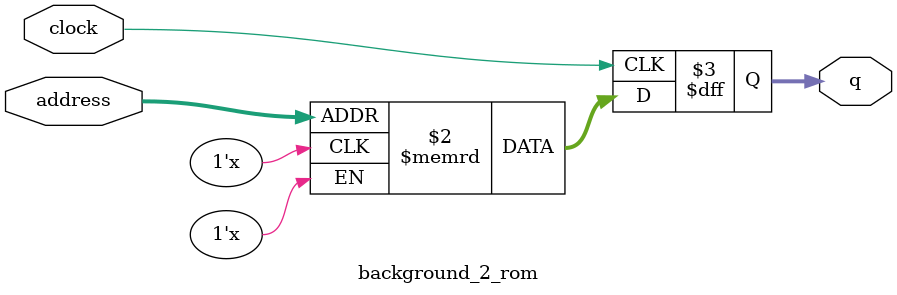
<source format=sv>
module background_2_rom (
	input logic clock,
	input logic [15:0] address,
	output logic [4:0] q
);

logic [4:0] memory [0:39999] /* synthesis ram_init_file = "./background_2/background_2.mif" */;

always_ff @ (posedge clock) begin
	q <= memory[address];
end

endmodule

</source>
